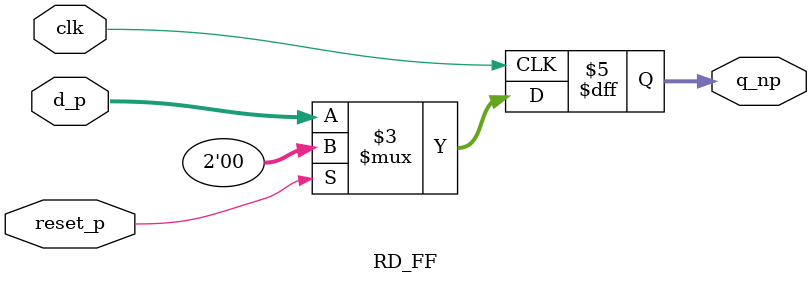
<source format=v>
module RD_FF(
	     input clk, reset_p,
	     input [1:0] d_p,
	     output reg [1:0] q_np
	     );
always@(posedge clk)
begin
if(reset_p)
q_np=0;
else
q_np=d_p;
end 
endmodule

</source>
